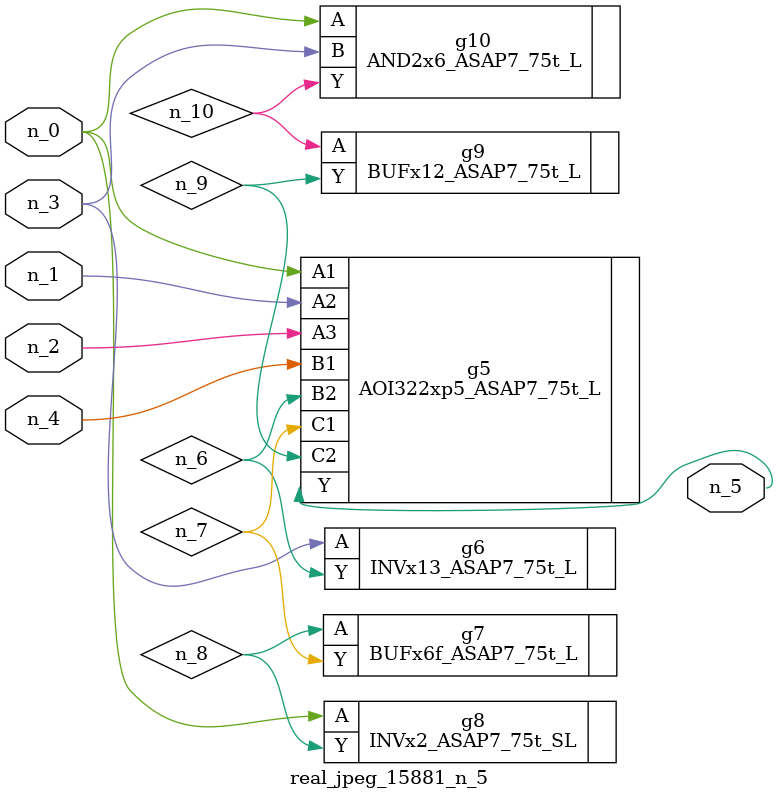
<source format=v>
module real_jpeg_15881_n_5 (n_4, n_0, n_1, n_2, n_3, n_5);

input n_4;
input n_0;
input n_1;
input n_2;
input n_3;

output n_5;

wire n_8;
wire n_6;
wire n_7;
wire n_10;
wire n_9;

AOI322xp5_ASAP7_75t_L g5 ( 
.A1(n_0),
.A2(n_1),
.A3(n_2),
.B1(n_4),
.B2(n_6),
.C1(n_7),
.C2(n_9),
.Y(n_5)
);

INVx2_ASAP7_75t_SL g8 ( 
.A(n_0),
.Y(n_8)
);

AND2x6_ASAP7_75t_L g10 ( 
.A(n_0),
.B(n_3),
.Y(n_10)
);

INVx13_ASAP7_75t_L g6 ( 
.A(n_3),
.Y(n_6)
);

BUFx6f_ASAP7_75t_L g7 ( 
.A(n_8),
.Y(n_7)
);

BUFx12_ASAP7_75t_L g9 ( 
.A(n_10),
.Y(n_9)
);


endmodule
</source>
